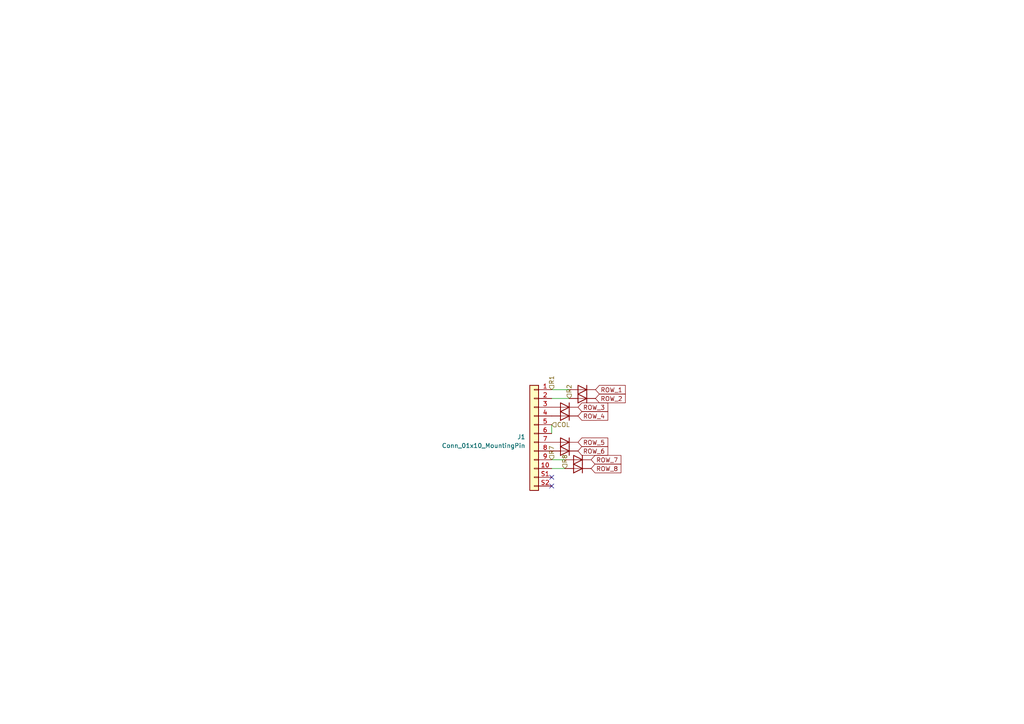
<source format=kicad_sch>
(kicad_sch (version 20230121) (generator eeschema)
  (paper "A4")
  (lib_symbols
    (symbol "Connector_Generic:Conn_01x12" (pin_names (offset 1.016) hide)
      (property "Reference" "J4" (at 2.54 -0.9906 0))
      (property "Value" "Conn_01x10_MountingPin" (at 2.54 -3.5306 0))
      (symbol "Conn_01x12_1_1"
        (rectangle (start -1.27 -15.113) (end 0 -15.367) (stroke (width 0.1524)))
        (rectangle (start -1.27 -12.573) (end 0 -12.827) (stroke (width 0.1524)))
        (rectangle (start -1.27 -10.033) (end 0 -10.287) (stroke (width 0.1524)))
        (rectangle (start -1.27 -7.493) (end 0 -7.747) (stroke (width 0.1524)))
        (rectangle (start -1.27 -4.953) (end 0 -5.207) (stroke (width 0.1524)))
        (rectangle (start -1.27 -2.413) (end 0 -2.667) (stroke (width 0.1524)))
        (rectangle (start -1.27 0.127) (end 0 -0.127) (stroke (width 0.1524)))
        (rectangle (start -1.27 2.667) (end 0 2.413) (stroke (width 0.1524)))
        (rectangle (start -1.27 5.207) (end 0 4.953) (stroke (width 0.1524)))
        (rectangle (start -1.27 7.747) (end 0 7.493) (stroke (width 0.1524)))
        (rectangle (start -1.27 10.287) (end 0 10.033) (stroke (width 0.1524)))
        (rectangle (start -1.27 12.827) (end 0 12.573) (stroke (width 0.1524)))
        (rectangle (start -1.27 13.97) (end 1.27 -16.51) (stroke (width 0.254)) (fill (type background)))
        (pin passive line (at -5.08 12.7 0) (length 3.81) (name "Pin_1") (number "1"))
        (pin passive line (at -5.08 -10.16 0) (length 3.81) (name "Pin_10") (number "10"))
        (pin passive line (at -5.08 10.16 0) (length 3.81) (name "Pin_2") (number "2"))
        (pin passive line (at -5.08 7.62 0) (length 3.81) (name "Pin_3") (number "3"))
        (pin passive line (at -5.08 5.08 0) (length 3.81) (name "Pin_4") (number "4"))
        (pin passive line (at -5.08 2.54 0) (length 3.81) (name "Pin_5") (number "5"))
        (pin passive line (at -5.08 0 0) (length 3.81) (name "Pin_6") (number "6"))
        (pin passive line (at -5.08 -2.54 0) (length 3.81) (name "Pin_7") (number "7"))
        (pin passive line (at -5.08 -5.08 0) (length 3.81) (name "Pin_8") (number "8"))
        (pin passive line (at -5.08 -7.62 0) (length 3.81) (name "Pin_9") (number "9"))
        (pin passive line (at -5.08 -12.7 0) (length 3.81) (name "S1") (number "S1"))
        (pin passive line (at -5.08 -15.24 0) (length 3.81) (name "S2") (number "S2"))
      )
    )
    (symbol "Diode:1N4148W" (pin_numbers hide) (pin_names hide)
      (property "Reference" "D" (at 0 2.54 0))
      (property "Value" "1N4148W" (at 0 -2.54 0))
      (symbol "1N4148W_0_1"
        (polyline (pts (xy -1.27 1.27) (xy -1.27 -1.27)) (stroke (width 0.254)))
        (polyline (pts (xy 1.27 0) (xy -1.27 0)))
        (polyline (pts (xy 1.27 1.27) (xy 1.27 -1.27) (xy -1.27 0) (xy 1.27 1.27)) (stroke (width 0.254)))
      )
      (symbol "1N4148W_1_1"
        (pin passive line (at -3.81 0 0) (length 2.54) (name "K") (number "1"))
        (pin passive line (at 3.81 0 180) (length 2.54) (name "A") (number "2"))
      )
    )
  )
  (no_connect (at 160.02 140.97))
  (no_connect (at 160.02 138.43))
  (wire (pts (xy 160.02 123.19) (xy 160.02 125.73)))
  (wire (pts (xy 160.02 133.35) (xy 163.83 133.35)))
  (wire (pts (xy 160.02 115.57) (xy 165.1 115.57)))
  (wire (pts (xy 160.02 135.89) (xy 163.83 135.89)))
  (wire (pts (xy 160.02 113.03) (xy 165.1 113.03)))
  (global_label "ROW_4" (shape input) (at 167.64 120.65 0) (property "Intersheetrefs" "${INTERSHEET_REFS}" (effects hide)))
  (global_label "ROW_1" (shape input) (at 172.72 113.03 0) (property "Intersheetrefs" "${INTERSHEET_REFS}" (effects hide)))
  (global_label "ROW_3" (shape input) (at 167.64 118.11 0) (property "Intersheetrefs" "${INTERSHEET_REFS}" (effects hide)))
  (global_label "ROW_7" (shape input) (at 171.45 133.35 0) (property "Intersheetrefs" "${INTERSHEET_REFS}" (effects hide)))
  (global_label "ROW_5" (shape input) (at 167.64 128.27 0) (property "Intersheetrefs" "${INTERSHEET_REFS}" (effects hide)))
  (global_label "ROW_8" (shape input) (at 171.45 135.89 0) (property "Intersheetrefs" "${INTERSHEET_REFS}" (effects hide)))
  (global_label "ROW_6" (shape input) (at 167.64 130.81 0) (property "Intersheetrefs" "${INTERSHEET_REFS}" (effects hide)))
  (global_label "ROW_2" (shape input) (at 172.72 115.57 0) (property "Intersheetrefs" "${INTERSHEET_REFS}" (effects hide)))
  (hierarchical_label "R1" (shape input) (at 160.02 113.03 90))
  (hierarchical_label "R8" (shape input) (at 163.83 135.89 90))
  (hierarchical_label "R2" (shape input) (at 165.1 115.57 90))
  (hierarchical_label "R7" (shape input) (at 160.02 133.35 90))
  (hierarchical_label "COL" (shape input) (at 160.02 123.19 0))
  (symbol (lib_id "Diode:1N4148W") (at 167.64 135.89 180) (unit 1)
    (property "Reference" "D1" (effects hide))
    (property "Value" "1N4148W" (effects hide))
    (property "Footprint" "Diode_SMD:D_0805_2012Metric" (effects hide))
    (property "Datasheet" "https://www.vishay.com/docs/85748/1n4148w.pdf" (effects hide))
    (property "Sim.Device" "D" (effects hide))
    (property "Sim.Pins" "1=K 2=A" (effects hide))
    (instances (project "sowboard" (path "" (reference "D1") (unit 1)) (path "" (reference "D8") (unit 1)) (path "" (reference "D16") (unit 1)) (path "" (reference "D24") (unit 1))))
  )
  (symbol (lib_id "Diode:1N4148W") (at 163.83 120.65 180) (unit 1)
    (property "Reference" "D1" (effects hide))
    (property "Value" "1N4148W" (effects hide))
    (property "Footprint" "Diode_SMD:D_0805_2012Metric" (effects hide))
    (property "Datasheet" "https://www.vishay.com/docs/85748/1n4148w.pdf" (effects hide))
    (property "Sim.Device" "D" (effects hide))
    (property "Sim.Pins" "1=K 2=A" (effects hide))
    (instances (project "sowboard" (path "" (reference "D1") (unit 1)) (path "" (reference "D4") (unit 1)) (path "" (reference "D12") (unit 1)) (path "" (reference "D20") (unit 1))))
  )
  (symbol (lib_id "Diode:1N4148W") (at 163.83 130.81 180) (unit 1)
    (property "Reference" "D3" (effects hide))
    (property "Value" "1N4148W" (effects hide))
    (property "Footprint" "Diode_SMD:D_0805_2012Metric" (effects hide))
    (property "Datasheet" "https://www.vishay.com/docs/85748/1n4148w.pdf" (effects hide))
    (property "Sim.Device" "D" (effects hide))
    (property "Sim.Pins" "1=K 2=A" (effects hide))
    (instances (project "sowboard" (path "" (reference "D3") (unit 1)) (path "" (reference "D6") (unit 1)) (path "" (reference "D14") (unit 1)) (path "" (reference "D22") (unit 1))))
  )
  (symbol (lib_id "Diode:1N4148W") (at 168.91 113.03 180) (unit 1)
    (property "Reference" "D4" (effects hide))
    (property "Value" "1N4148W" (effects hide))
    (property "Footprint" "Diode_SMD:D_0805_2012Metric" (effects hide))
    (property "Datasheet" "https://www.vishay.com/docs/85748/1n4148w.pdf" (effects hide))
    (property "Sim.Device" "D" (effects hide))
    (property "Sim.Pins" "1=K 2=A" (effects hide))
    (instances (project "sowboard" (path "" (reference "D4") (unit 1)) (path "" (reference "D1") (unit 1)) (path "" (reference "D9") (unit 1)) (path "" (reference "D17") (unit 1))))
  )
  (symbol (lib_id "Diode:1N4148W") (at 168.91 115.57 180) (unit 1)
    (property "Reference" "D3" (effects hide))
    (property "Value" "1N4148W" (effects hide))
    (property "Footprint" "Diode_SMD:D_0805_2012Metric" (effects hide))
    (property "Datasheet" "https://www.vishay.com/docs/85748/1n4148w.pdf" (effects hide))
    (property "Sim.Device" "D" (effects hide))
    (property "Sim.Pins" "1=K 2=A" (effects hide))
    (instances (project "sowboard" (path "" (reference "D3") (unit 1)) (path "" (reference "D2") (unit 1)) (path "" (reference "D10") (unit 1)) (path "" (reference "D18") (unit 1))))
  )
  (symbol (lib_id "Diode:1N4148W") (at 167.64 133.35 180) (unit 1)
    (property "Reference" "D2" (effects hide))
    (property "Value" "1N4148W" (effects hide))
    (property "Footprint" "Diode_SMD:D_0805_2012Metric" (effects hide))
    (property "Datasheet" "https://www.vishay.com/docs/85748/1n4148w.pdf" (effects hide))
    (property "Sim.Device" "D" (effects hide))
    (property "Sim.Pins" "1=K 2=A" (effects hide))
    (instances (project "sowboard" (path "" (reference "D2") (unit 1)) (path "" (reference "D7") (unit 1)) (path "" (reference "D15") (unit 1)) (path "" (reference "D23") (unit 1))))
  )
  (symbol (lib_id "Connector_Generic:Conn_01x12") (at 154.94 125.73 0) (mirror y) (unit 1)
    (property "Reference" "J1" (at 152.4 126.7206 0) (effects (justify left)))
    (property "Value" "Conn_01x10_MountingPin" (at 152.4 129.2606 0) (effects (justify left)))
    (property "Footprint" "Custom:GCT_FFC2A33-10-T-R_REVA" (effects hide))
    (instances (project "sowboard" (path "" (reference "J1") (unit 1)) (path "" (reference "J2") (unit 1)) (path "" (reference "J3") (unit 1)) (path "" (reference "J4") (unit 1))))
  )
  (symbol (lib_id "Diode:1N4148W") (at 163.83 118.11 180) (unit 1)
    (property "Reference" "D2" (effects hide))
    (property "Value" "1N4148W" (effects hide))
    (property "Footprint" "Diode_SMD:D_0805_2012Metric" (effects hide))
    (property "Datasheet" "https://www.vishay.com/docs/85748/1n4148w.pdf" (effects hide))
    (property "Sim.Device" "D" (effects hide))
    (property "Sim.Pins" "1=K 2=A" (effects hide))
    (instances (project "sowboard" (path "" (reference "D2") (unit 1)) (path "" (reference "D3") (unit 1)) (path "" (reference "D11") (unit 1)) (path "" (reference "D19") (unit 1))))
  )
  (symbol (lib_id "Diode:1N4148W") (at 163.83 128.27 180) (unit 1)
    (property "Reference" "D4" (effects hide))
    (property "Value" "1N4148W" (effects hide))
    (property "Footprint" "Diode_SMD:D_0805_2012Metric" (effects hide))
    (property "Datasheet" "https://www.vishay.com/docs/85748/1n4148w.pdf" (effects hide))
    (property "Sim.Device" "D" (effects hide))
    (property "Sim.Pins" "1=K 2=A" (effects hide))
    (instances (project "sowboard" (path "" (reference "D4") (unit 1)) (path "" (reference "D5") (unit 1)) (path "" (reference "D13") (unit 1)) (path "" (reference "D21") (unit 1))))
  )
)
</source>
